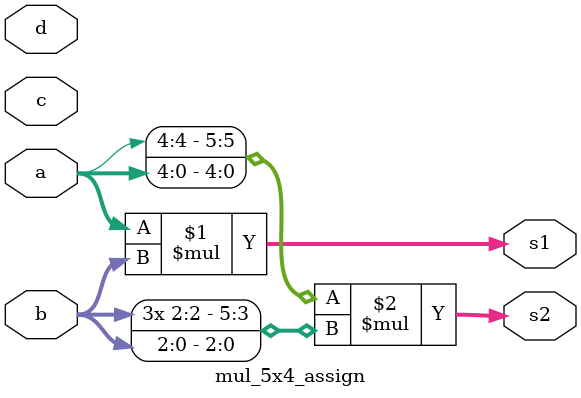
<source format=v>
module mul_5x4_assign (a, b, c, d, s1, s2);
input [4:0] a;
input [2:0] b;
input signed [4:0] c;
input signed [4:0] d;
output signed [5:0] s1, s2;

assign s1 = (a * b);
assign s2 = ($signed(a) * $signed(b));

endmodule // mul_5x4_assign

</source>
